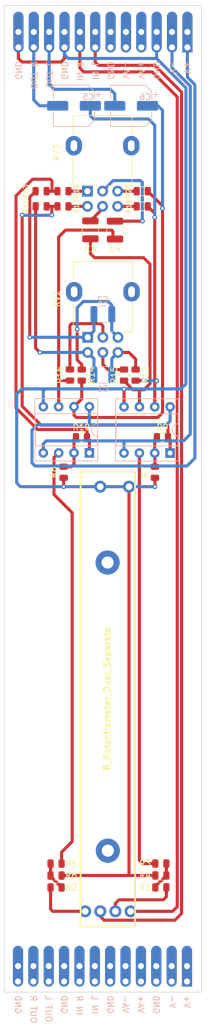
<source format=kicad_pcb>
(kicad_pcb (version 20211014) (generator pcbnew)
  (layers (0 "F.Cu" signal) (31 "B.Cu" signal) (34 "B.Paste" user) (35 "F.Paste" user) (36 "B.SilkS" user "B.Silkscreen") (37 "F.SilkS" user "F.Silkscreen") (38 "B.Mask" user) (39 "F.Mask" user) (44 "Edge.Cuts" user))
  (net 0 "")
  (net 1 "Net-(C1-Pad1)")
  (net 2 "Net-(C1-Pad2)")
  (net 3 "Net-(C2-Pad1)")
  (net 4 "Net-(C2-Pad2)")
  (net 5 "Net-(C3-Pad1)")
  (net 6 "Net-(C3-Pad2)")
  (net 7 "Net-(C4-Pad1)")
  (net 8 "Net-(C4-Pad2)")
  (net 9 "Net-(C5-Pad1)")
  (net 10 "R_OUTPUT")
  (net 11 "Net-(C6-Pad1)")
  (net 12 "L_OUTPUT")
  (net 13 "GND")
  (net 14 "R_INPUT")
  (net 15 "L_INPUT")
  (net 16 "VCC")
  (net 17 "VEE")
  (net 18 "Net-(R1-Pad1)")
  (net 19 "Net-(R1-Pad2)")
  (net 20 "Net-(R2-Pad1)")
  (net 21 "Net-(R2-Pad2)")
  (net 22 "Net-(R3-Pad2)")
  (net 23 "Net-(R5-Pad2)")
  (net 24 "Net-(R7-Pad2)")
  (net 25 "Net-(R10-Pad2)")
  (net 26 "Net-(R11-Pad2)")
  (net 27 "Net-(R10-Pad1)")
  (net 28 "Net-(R15-Pad2)")
  (net 29 "Net-(R16-Pad2)")
  (net 30 "Net-(R17-Pad1)")
  (net 31 "Net-(R18-Pad2)")
  (net 32 "Net-(R19-Pad1)")
  (net 33 "Net-(R20-Pad2)")
  (footprint "Resistor_SMD:R_0805_2012Metric" (layer "F.Cu") (at 113.4 91.282062 90)
    (fp_text reference "R7" (at 0 -1.65 90) (layer "F.SilkS"))
    (fp_text value "10K")
    (pad "1" smd roundrect locked (at -0.9125 0 90) (size 1.025 1.4) (layers "F.Cu" "F.Paste" "F.Mask") (roundrect_rratio 0.243902) (net 13 "GND"))
    (pad "2" smd roundrect locked (at 0.9125 0 90) (size 1.025 1.4) (layers "F.Cu" "F.Paste" "F.Mask") (roundrect_rratio 0.243902) (net 24 "Net-(R7-Pad2)"))
  )
  (footprint "Resistor_SMD:R_0805_2012Metric" (layer "F.Cu") (at 114.378682 155.785 180)
    (fp_text reference "R3" (at 2.595657 0) (layer "F.SilkS"))
    (fp_text value "2K2")
    (pad "1" smd roundrect locked (at -0.9125 0 180) (size 1.025 1.4) (layers "F.Cu" "F.Paste" "F.Mask") (roundrect_rratio 0.243902) (net 19 "Net-(R1-Pad2)"))
    (pad "2" smd roundrect locked (at 0.9125 0 180) (size 1.025 1.4) (layers "F.Cu" "F.Paste" "F.Mask") (roundrect_rratio 0.243902) (net 22 "Net-(R3-Pad2)"))
  )
  (footprint "Resistor_SMD:R_0805_2012Metric" (layer "F.Cu") (at 99.34645 75.25 90)
    (fp_text reference "R16" (at 0 -1.65 90) (layer "F.SilkS"))
    (fp_text value "22K")
    (pad "1" smd roundrect locked (at -0.9125 0 90) (size 1.025 1.4) (layers "F.Cu" "F.Paste" "F.Mask") (roundrect_rratio 0.243902) (net 7 "Net-(C4-Pad1)"))
    (pad "2" smd roundrect locked (at 0.9125 0 90) (size 1.025 1.4) (layers "F.Cu" "F.Paste" "F.Mask") (roundrect_rratio 0.243902) (net 29 "Net-(R16-Pad2)"))
  )
  (footprint "Resistor_SMD:R_0805_2012Metric" (layer "F.Cu") (at 101.25 85.51 180)
    (fp_text reference "R10" (at 0 1.65) (layer "F.SilkS"))
    (fp_text value "10K")
    (pad "1" smd roundrect locked (at -0.9125 0 180) (size 1.025 1.4) (layers "F.Cu" "F.Paste" "F.Mask") (roundrect_rratio 0.243902) (net 27 "Net-(R10-Pad1)"))
    (pad "2" smd roundrect locked (at 0.9125 0 180) (size 1.025 1.4) (layers "F.Cu" "F.Paste" "F.Mask") (roundrect_rratio 0.243902) (net 25 "Net-(R10-Pad2)"))
  )
  (footprint "Potentiometer_THT:Potentiometer_Alpha_RD902F-40-00D_Dual_Vertical" (layer "F.Cu") (at 102.29 69.029401 90)
    (fp_text reference "RV2" (at 6.35 -5.06 270) (layer "F.SilkS"))
    (fp_text value "R_Potentiometer_Dual_Separate")
    (pad "" thru_hole oval locked (at 7.5 -2.25 180) (size 2.72 3.24) (drill oval 1.1 1.8) (layers *.Cu *.Mask))
    (pad "" thru_hole oval locked (at 7.5 7.25 180) (size 2.72 3.24) (drill oval 1.1 1.8) (layers *.Cu *.Mask))
    (pad "1" thru_hole rect locked (at 0 0 180) (size 1.8 1.8) (drill 1) (layers *.Cu *.Mask) (net 3 "Net-(C2-Pad1)"))
    (pad "2" thru_hole circle locked (at 0 2.5 180) (size 1.8 1.8) (drill 1) (layers *.Cu *.Mask) (net 29 "Net-(R16-Pad2)"))
    (pad "3" thru_hole circle locked (at 0 5 180) (size 1.8 1.8) (drill 1) (layers *.Cu *.Mask) (net 4 "Net-(C2-Pad2)"))
    (pad "4" thru_hole circle locked (at -2.5 0 180) (size 1.8 1.8) (drill 1) (layers *.Cu *.Mask) (net 1 "Net-(C1-Pad1)"))
    (pad "5" thru_hole circle locked (at -2.5 2.5 180) (size 1.8 1.8) (drill 1) (layers *.Cu *.Mask) (net 28 "Net-(R15-Pad2)"))
    (pad "6" thru_hole circle locked (at -2.5 5 180) (size 1.8 1.8) (drill 1) (layers *.Cu *.Mask) (net 2 "Net-(C1-Pad2)"))
  )
  (footprint "Resistor_SMD:R_0805_2012Metric" (layer "F.Cu") (at 114.64 85.51 180)
    (fp_text reference "R9" (at 0 1.65) (layer "F.SilkS"))
    (fp_text value "10K")
    (pad "1" smd roundrect locked (at -0.9125 0 180) (size 1.025 1.4) (layers "F.Cu" "F.Paste" "F.Mask") (roundrect_rratio 0.243902) (net 26 "Net-(R11-Pad2)"))
    (pad "2" smd roundrect locked (at 0.9125 0 180) (size 1.025 1.4) (layers "F.Cu" "F.Paste" "F.Mask") (roundrect_rratio 0.243902) (net 24 "Net-(R7-Pad2)"))
  )
  (footprint "Capacitor_SMD:C_1210_3225Metric" (layer "F.Cu") (at 102.73 51.32 90)
    (fp_text reference "C3" (at -3.19 0) (layer "F.SilkS"))
    (fp_text value "1N")
    (pad "1" smd roundrect locked (at -1.475 0 90) (size 1.15 2.7) (layers "F.Cu" "F.Paste" "F.Mask") (roundrect_rratio 0.217391) (net 5 "Net-(C3-Pad1)"))
    (pad "2" smd roundrect locked (at 1.475 0 90) (size 1.15 2.7) (layers "F.Cu" "F.Paste" "F.Mask") (roundrect_rratio 0.217391) (net 6 "Net-(C3-Pad2)"))
  )
  (footprint "Custom Library:ALPS RS60112" (layer "F.Cu") (at 105.612676 128.662727)
    (fp_text reference "RV1" hide)
    (fp_text value "R_Potentiometer_Dual_Separate" (at -0.1 0 90 unlocked) (layer "F.SilkS") (effects (font (thickness 0.25))))
    (pad "" thru_hole circle locked (at -0.04 -22.5) (size 4 4) (drill 2) (layers *.Cu *.Mask))
    (pad "" thru_hole circle locked (at 0 25) (size 4 4) (drill 2) (layers *.Cu *.Mask))
    (pad "1" thru_hole circle locked (at -1.25 35) (size 2 2) (drill 1.1) (layers *.Cu *.Mask) (net 15 "L_INPUT"))
    (pad "2" thru_hole circle locked (at -3.75 35) (size 2 2) (drill 1.1) (layers *.Cu *.Mask) (net 20 "Net-(R2-Pad1)"))
    (pad "3" thru_hole circle locked (at -1.25 -35) (size 2 2) (drill 1.1) (layers *.Cu *.Mask) (net 13 "GND"))
    (pad "4" thru_hole circle locked (at 3.75 35) (size 2 2) (drill 1.1) (layers *.Cu *.Mask) (net 14 "R_INPUT"))
    (pad "5" thru_hole circle locked (at 1.25 35) (size 2 2) (drill 1.1) (layers *.Cu *.Mask) (net 18 "Net-(R1-Pad1)"))
    (pad "6" thru_hole circle locked (at 3.5 -35) (size 2 2) (drill 1.1) (layers *.Cu *.Mask) (net 13 "GND"))
  )
  (footprint "Potentiometer_THT:Potentiometer_Alpha_RD902F-40-00D_Dual_Vertical" (layer "F.Cu") (at 102.24 44.945 90)
    (fp_text reference "RV3" (at 6.35 -5.06 270) (layer "F.SilkS"))
    (fp_text value "R_Potentiometer_Dual_Separate")
    (pad "" thru_hole oval locked (at 7.5 7.25 180) (size 2.72 3.24) (drill oval 1.1 1.8) (layers *.Cu *.Mask))
    (pad "" thru_hole oval locked (at 7.5 -2.25 180) (size 2.72 3.24) (drill oval 1.1 1.8) (layers *.Cu *.Mask))
    (pad "1" thru_hole rect locked (at 0 0 180) (size 1.8 1.8) (drill 1) (layers *.Cu *.Mask) (net 32 "Net-(R19-Pad1)"))
    (pad "2" thru_hole circle locked (at 0 2.5 180) (size 1.8 1.8) (drill 1) (layers *.Cu *.Mask) (net 8 "Net-(C4-Pad2)"))
    (pad "3" thru_hole circle locked (at 0 5 180) (size 1.8 1.8) (drill 1) (layers *.Cu *.Mask) (net 33 "Net-(R20-Pad2)"))
    (pad "4" thru_hole circle locked (at -2.5 0 180) (size 1.8 1.8) (drill 1) (layers *.Cu *.Mask) (net 30 "Net-(R17-Pad1)"))
    (pad "5" thru_hole circle locked (at -2.5 2.5 180) (size 1.8 1.8) (drill 1) (layers *.Cu *.Mask) (net 6 "Net-(C3-Pad2)"))
    (pad "6" thru_hole circle locked (at -2.5 5 180) (size 1.8 1.8) (drill 1) (layers *.Cu *.Mask) (net 31 "Net-(R18-Pad2)"))
  )
  (footprint "Resistor_SMD:R_0805_2012Metric" (layer "F.Cu") (at 98.195201 44.95 180)
    (fp_text reference "R19" (at -2.203098 0 90) (layer "F.SilkS") (effects (font (size 0.8 0.8))))
    (fp_text value "10K")
    (pad "1" smd roundrect locked (at -0.9125 0 180) (size 1.025 1.4) (layers "F.Cu" "F.Paste" "F.Mask") (roundrect_rratio 0.243902) (net 32 "Net-(R19-Pad1)"))
    (pad "2" smd roundrect locked (at 0.9125 0 180) (size 1.025 1.4) (layers "F.Cu" "F.Paste" "F.Mask") (roundrect_rratio 0.243902) (net 27 "Net-(R10-Pad1)"))
  )
  (footprint "Resistor_SMD:R_0805_2012Metric" (layer "F.Cu") (at 94.58 47.445)
    (fp_text reference "R11" (at -2.52 -0.005 90) (layer "F.SilkS") (effects (font (size 0.8 0.8))))
    (fp_text value "22K")
    (pad "1" smd roundrect locked (at -0.9125 0) (size 1.025 1.4) (layers "F.Cu" "F.Paste" "F.Mask") (roundrect_rratio 0.243902) (net 1 "Net-(C1-Pad1)"))
    (pad "2" smd roundrect locked (at 0.9125 0) (size 1.025 1.4) (layers "F.Cu" "F.Paste" "F.Mask") (roundrect_rratio 0.243902) (net 26 "Net-(R11-Pad2)"))
  )
  (footprint "MountingHole:MountingHole_2.2mm_M2" (layer "F.Cu") (at 97.265496 109.755472)
    (fp_text reference "REF**" hide)
    (fp_text value "MountingHole_2.2mm_M2")
    (pad "" np_thru_hole circle locked (at 0 0) (size 2.2 2.2) (drill 2.2) (layers *.Cu *.Mask))
  )
  (footprint "MountingHole:MountingHole_2.2mm_M2" (layer "F.Cu") (at 113.53 109.755472)
    (fp_text reference "REF**" hide)
    (fp_text value "MountingHole_2.2mm_M2")
    (pad "" np_thru_hole circle locked (at 0 0) (size 2.2 2.2) (drill 2.2) (layers *.Cu *.Mask))
  )
  (footprint "MountingHole:MountingHole_2.2mm_M2" (layer "F.Cu") (at 97.442225 150.240339)
    (fp_text reference "REF**" hide)
    (fp_text value "MountingHole_2.2mm_M2")
    (pad "" np_thru_hole circle locked (at 0 0) (size 2.2 2.2) (drill 2.2) (layers *.Cu *.Mask))
  )
  (footprint "MountingHole:MountingHole_2.2mm_M2" (layer "F.Cu") (at 113.706729 150.240339)
    (fp_text reference "REF**" hide)
    (fp_text value "MountingHole_2.2mm_M2")
    (pad "" np_thru_hole circle locked (at 0 0) (size 2.2 2.2) (drill 2.2) (layers *.Cu *.Mask))
  )
  (footprint "Resistor_SMD:R_0805_2012Metric" (layer "F.Cu") (at 97.053164 155.796808)
    (fp_text reference "R5" (at 2.510892 0) (layer "F.SilkS"))
    (fp_text value "2K2")
    (pad "1" smd roundrect locked (at -0.9125 0) (size 1.025 1.4) (layers "F.Cu" "F.Paste" "F.Mask") (roundrect_rratio 0.243902) (net 21 "Net-(R2-Pad2)"))
    (pad "2" smd roundrect locked (at 0.9125 0) (size 1.025 1.4) (layers "F.Cu" "F.Paste" "F.Mask") (roundrect_rratio 0.243902) (net 23 "Net-(R5-Pad2)"))
  )
  (footprint "Resistor_SMD:R_0805_2012Metric" (layer "F.Cu") (at 94.58 44.95)
    (fp_text reference "R13" (at -2.5 0.01 90) (layer "F.SilkS") (effects (font (size 0.8 0.8))))
    (fp_text value "22K")
    (pad "1" smd roundrect locked (at -0.9125 0) (size 1.025 1.4) (layers "F.Cu" "F.Paste" "F.Mask") (roundrect_rratio 0.243902) (net 3 "Net-(C2-Pad1)"))
    (pad "2" smd roundrect locked (at 0.9125 0) (size 1.025 1.4) (layers "F.Cu" "F.Paste" "F.Mask") (roundrect_rratio 0.243902) (net 27 "Net-(R10-Pad1)"))
  )
  (footprint "Resistor_SMD:R_0805_2012Metric" (layer "F.Cu") (at 98.302621 91.28 90)
    (fp_text reference "R8" (at 0 -1.65 90) (layer "F.SilkS"))
    (fp_text value "10K")
    (pad "1" smd roundrect locked (at -0.9125 0 90) (size 1.025 1.4) (layers "F.Cu" "F.Paste" "F.Mask") (roundrect_rratio 0.243902) (net 13 "GND"))
    (pad "2" smd roundrect locked (at 0.9125 0 90) (size 1.025 1.4) (layers "F.Cu" "F.Paste" "F.Mask") (roundrect_rratio 0.243902) (net 25 "Net-(R10-Pad2)"))
  )
  (footprint "Resistor_SMD:R_0805_2012Metric" (layer "F.Cu") (at 111.3 44.95 180)
    (fp_text reference "R20" (at 2.24 0.011 90) (layer "F.SilkS") (effects (font (size 0.8 0.8))))
    (fp_text value "10K")
    (pad "1" smd roundrect locked (at -0.9125 0 180) (size 1.025 1.4) (layers "F.Cu" "F.Paste" "F.Mask") (roundrect_rratio 0.243902) (net 11 "Net-(C6-Pad1)"))
    (pad "2" smd roundrect locked (at 0.9125 0 180) (size 1.025 1.4) (layers "F.Cu" "F.Paste" "F.Mask") (roundrect_rratio 0.243902) (net 33 "Net-(R20-Pad2)"))
  )
  (footprint "Resistor_SMD:R_0805_2012Metric" (layer "F.Cu") (at 108.289934 75.26 90)
    (fp_text reference "R15" (at 0 -1.65 90) (layer "F.SilkS"))
    (fp_text value "22K")
    (pad "1" smd roundrect locked (at -0.9125 0 90) (size 1.025 1.4) (layers "F.Cu" "F.Paste" "F.Mask") (roundrect_rratio 0.243902) (net 5 "Net-(C3-Pad1)"))
    (pad "2" smd roundrect locked (at 0.9125 0 90) (size 1.025 1.4) (layers "F.Cu" "F.Paste" "F.Mask") (roundrect_rratio 0.243902) (net 28 "Net-(R15-Pad2)"))
  )
  (footprint "Resistor_SMD:R_0805_2012Metric" (layer "F.Cu") (at 98.195201 47.445 180)
    (fp_text reference "R17" (at -2.223098 0 90) (layer "F.SilkS") (effects (font (size 0.8 0.8))))
    (fp_text value "10K")
    (pad "1" smd roundrect locked (at -0.9125 0 180) (size 1.025 1.4) (layers "F.Cu" "F.Paste" "F.Mask") (roundrect_rratio 0.243902) (net 30 "Net-(R17-Pad1)"))
    (pad "2" smd roundrect locked (at 0.9125 0 180) (size 1.025 1.4) (layers "F.Cu" "F.Paste" "F.Mask") (roundrect_rratio 0.243902) (net 26 "Net-(R11-Pad2)"))
  )
  (footprint "Capacitor_SMD:C_1210_3225Metric" (layer "F.Cu") (at 106.8 51.36 90)
    (fp_text reference "C4" (at -3.19 0) (layer "F.SilkS"))
    (fp_text value "1N")
    (pad "1" smd roundrect locked (at -1.475 0 90) (size 1.15 2.7) (layers "F.Cu" "F.Paste" "F.Mask") (roundrect_rratio 0.217391) (net 7 "Net-(C4-Pad1)"))
    (pad "2" smd roundrect locked (at 1.475 0 90) (size 1.15 2.7) (layers "F.Cu" "F.Paste" "F.Mask") (roundrect_rratio 0.217391) (net 8 "Net-(C4-Pad2)"))
  )
  (footprint "Resistor_SMD:R_0805_2012Metric" (layer "F.Cu") (at 110.209934 75.26 90)
    (fp_text reference "R12" (at 0 1.65 90) (layer "F.SilkS"))
    (fp_text value "22K")
    (pad "1" smd roundrect locked (at -0.9125 0 90) (size 1.025 1.4) (layers "F.Cu" "F.Paste" "F.Mask") (roundrect_rratio 0.243902) (net 9 "Net-(C5-Pad1)"))
    (pad "2" smd roundrect locked (at 0.9125 0 90) (size 1.025 1.4) (layers "F.Cu" "F.Paste" "F.Mask") (roundrect_rratio 0.243902) (net 2 "Net-(C1-Pad2)"))
  )
  (footprint "Resistor_SMD:R_0805_2012Metric" (layer "F.Cu") (at 114.378682 159.715 180)
    (fp_text reference "R1" (at 2.595657 0) (layer "F.SilkS"))
    (fp_text value "2K2")
    (pad "1" smd roundrect locked (at -0.9125 0 180) (size 1.025 1.4) (layers "F.Cu" "F.Paste" "F.Mask") (roundrect_rratio 0.243902) (net 18 "Net-(R1-Pad1)"))
    (pad "2" smd roundrect locked (at 0.9125 0 180) (size 1.025 1.4) (layers "F.Cu" "F.Paste" "F.Mask") (roundrect_rratio 0.243902) (net 19 "Net-(R1-Pad2)"))
  )
  (footprint "Resistor_SMD:R_0805_2012Metric" (layer "F.Cu") (at 97.053164 159.726808)
    (fp_text reference "R2" (at 2.510892 0) (layer "F.SilkS"))
    (fp_text value "2K2")
    (pad "1" smd roundrect locked (at -0.9125 0) (size 1.025 1.4) (layers "F.Cu" "F.Paste" "F.Mask") (roundrect_rratio 0.243902) (net 20 "Net-(R2-Pad1)"))
    (pad "2" smd roundrect locked (at 0.9125 0) (size 1.025 1.4) (layers "F.Cu" "F.Paste" "F.Mask") (roundrect_rratio 0.243902) (net 21 "Net-(R2-Pad2)"))
  )
  (footprint "Resistor_SMD:R_0805_2012Metric" (layer "F.Cu") (at 111.3 47.445 180)
    (fp_text reference "R18" (at 2.213098 0 90) (layer "F.SilkS") (effects (font (size 0.8 0.8))))
    (fp_text value "10K")
    (pad "1" smd roundrect locked (at -0.9125 0 180) (size 1.025 1.4) (layers "F.Cu" "F.Paste" "F.Mask") (roundrect_rratio 0.243902) (net 9 "Net-(C5-Pad1)"))
    (pad "2" smd roundrect locked (at 0.9125 0 180) (size 1.025 1.4) (layers "F.Cu" "F.Paste" "F.Mask") (roundrect_rratio 0.243902) (net 31 "Net-(R18-Pad2)"))
  )
  (footprint "Resistor_SMD:R_0805_2012Metric" (layer "F.Cu") (at 101.29645 75.26 90)
    (fp_text reference "R14" (at 0 1.64 90) (layer "F.SilkS"))
    (fp_text value "22K")
    (pad "1" smd roundrect locked (at -0.9125 0 90) (size 1.025 1.4) (layers "F.Cu" "F.Paste" "F.Mask") (roundrect_rratio 0.243902) (net 11 "Net-(C6-Pad1)"))
    (pad "2" smd roundrect locked (at 0.9125 0 90) (size 1.025 1.4) (layers "F.Cu" "F.Paste" "F.Mask") (roundrect_rratio 0.243902) (net 4 "Net-(C2-Pad2)"))
  )
  (footprint "Resistor_SMD:R_0805_2012Metric" (layer "F.Cu") (at 114.378682 157.75)
    (fp_text reference "R4" (at -2.595657 0) (layer "F.SilkS"))
    (fp_text value "100K")
    (pad "1" smd roundrect locked (at -0.9125 0) (size 1.025 1.4) (layers "F.Cu" "F.Paste" "F.Mask") (roundrect_rratio 0.243902) (net 13 "GND"))
    (pad "2" smd roundrect locked (at 0.9125 0) (size 1.025 1.4) (layers "F.Cu" "F.Paste" "F.Mask") (roundrect_rratio 0.243902) (net 19 "Net-(R1-Pad2)"))
  )
  (footprint "Resistor_SMD:R_0805_2012Metric" (layer "F.Cu") (at 97.053164 157.761808 180)
    (fp_text reference "R6" (at -2.510892 0) (layer "F.SilkS"))
    (fp_text value "100K")
    (pad "1" smd roundrect locked (at -0.9125 0 180) (size 1.025 1.4) (layers "F.Cu" "F.Paste" "F.Mask") (roundrect_rratio 0.243902) (net 13 "GND"))
    (pad "2" smd roundrect locked (at 0.9125 0 180) (size 1.025 1.4) (layers "F.Cu" "F.Paste" "F.Mask") (roundrect_rratio 0.243902) (net 21 "Net-(R2-Pad2)"))
  )
  (footprint "Package_DIP:DIP-8_W7.62mm_Socket" (layer "B.Cu") (at 102.56 88.09 90)
    (fp_text reference "U2" hide)
    (fp_text value "NE5532")
    (pad "1" thru_hole rect locked (at 0 0 90) (size 1.6 1.6) (drill 0.8) (layers *.Cu *.Mask) (net 27 "Net-(R10-Pad1)"))
    (pad "2" thru_hole oval locked (at 0 -2.54 90) (size 1.6 1.6) (drill 0.8) (layers *.Cu *.Mask) (net 25 "Net-(R10-Pad2)"))
    (pad "3" thru_hole oval locked (at 0 -5.08 90) (size 1.6 1.6) (drill 0.8) (layers *.Cu *.Mask) (net 23 "Net-(R5-Pad2)"))
    (pad "4" thru_hole oval locked (at 0 -7.62 90) (size 1.6 1.6) (drill 0.8) (layers *.Cu *.Mask) (net 17 "VEE"))
    (pad "5" thru_hole oval locked (at 7.62 -7.62 90) (size 1.6 1.6) (drill 0.8) (layers *.Cu *.Mask) (net 13 "GND"))
    (pad "6" thru_hole oval locked (at 7.62 -5.08 90) (size 1.6 1.6) (drill 0.8) (layers *.Cu *.Mask) (net 7 "Net-(C4-Pad1)"))
    (pad "7" thru_hole oval locked (at 7.62 -2.54 90) (size 1.6 1.6) (drill 0.8) (layers *.Cu *.Mask) (net 11 "Net-(C6-Pad1)"))
    (pad "8" thru_hole oval locked (at 7.62 0 90) (size 1.6 1.6) (drill 0.8) (layers *.Cu *.Mask) (net 16 "VCC"))
  )
  (footprint "Capacitor_SMD:C_1210_3225Metric" (layer "B.Cu") (at 104.79 75.229936)
    (fp_text reference "C1" (at 0 2.3) (layer "B.SilkS") (effects (justify mirror)))
    (fp_text value "47N")
    (pad "1" smd roundrect locked (at -1.475 0) (size 1.15 2.7) (layers "B.Cu" "B.Paste" "B.Mask") (roundrect_rratio 0.217391) (net 1 "Net-(C1-Pad1)"))
    (pad "2" smd roundrect locked (at 1.475 0) (size 1.15 2.7) (layers "B.Cu" "B.Paste" "B.Mask") (roundrect_rratio 0.217391) (net 2 "Net-(C1-Pad2)"))
  )
  (footprint "TSD MIXER FOOTPRINTS:PinHeader_2x12_P2.54mm_Vertical" (layer "B.Cu") (at 118.7 175.229028 90)
    (fp_text reference "J2" hide)
    (fp_text value "DUMMY")
    (fp_text user "VA-" (at -3.752669 -10.16 270 unlocked) (layer "B.SilkS") (effects (justify mirror)))
    (fp_text user "V+" (at -3.324097 0 270 unlocked) (layer "B.SilkS") (effects (justify mirror)))
    (fp_text user "IN R" (at -3.919335 -17.78 270 unlocked) (layer "B.SilkS") (effects (justify mirror)))
    (fp_text user "V-" (at -3.324097 -2.36 270 unlocked) (layer "B.SilkS") (effects (justify mirror)))
    (fp_text user "VA+" (at -3.752669 -7.62 270 unlocked) (layer "B.SilkS") (effects (justify mirror)))
    (fp_text user "GND" (at -3.800288 -20.32 270 unlocked) (layer "B.SilkS") (effects (justify mirror)))
    (fp_text user "OUT L" (at -4.490764 -22.86 270 unlocked) (layer "B.SilkS") (effects (justify mirror)))
    (fp_text user "IN L" (at -3.824097 -15.24 270 unlocked) (layer "B.SilkS") (effects (justify mirror)))
    (fp_text user "GND" (at -3.800288 -5.08 270 unlocked) (layer "B.SilkS") (effects (justify mirror)))
    (fp_text user "OUT R" (at -4.586002 -25.4 270 unlocked) (layer "B.SilkS") (effects (justify mirror)))
    (fp_text user "GND" (at -3.800288 -12.7 270 unlocked) (layer "B.SilkS") (effects (justify mirror)))
    (fp_text user "GND" (at -3.800288 -27.94 270 unlocked) (layer "B.SilkS") (effects (justify mirror)))
    (pad "1" thru_hole oval (at 2.54 0 90) (size 6.7 1.7) (drill 1) (layers *.Cu *.Mask))
    (pad "1" thru_hole rect (at 0 0 90) (size 1.7 1.7) (drill 1) (layers *.Cu *.Mask))
    (pad "2" thru_hole oval (at 0 -2.54 90) (size 1.7 1.7) (drill 1) (layers *.Cu *.Mask))
    (pad "2" thru_hole oval (at 2.54 -2.54 90) (size 6.7 1.7) (drill 1) (layers *.Cu *.Mask))
    (pad "3" thru_hole oval (at 2.54 -5.08 90) (size 6.7 1.7) (drill 1) (layers *.Cu *.Mask))
    (pad "3" thru_hole oval (at 0 -5.08 90) (size 1.7 1.7) (drill 1) (layers *.Cu *.Mask))
    (pad "4" thru_hole oval (at 0 -7.62 90) (size 1.7 1.7) (drill 1) (layers *.Cu *.Mask))
    (pad "4" thru_hole oval (at 2.54 -7.62 90) (size 6.7 1.7) (drill 1) (layers *.Cu *.Mask))
    (pad "5" thru_hole oval (at 2.54 -10.16 90) (size 6.7 1.7) (drill 1) (layers *.Cu *.Mask))
    (pad "5" thru_hole oval (at 0 -10.16 90) (size 1.7 1.7) (drill 1) (layers *.Cu *.Mask))
    (pad "6" thru_hole oval (at 2.54 -12.7 90) (size 6.7 1.7) (drill 1) (layers *.Cu *.Mask))
    (pad "6" thru_hole oval (at 0 -12.7 90) (size 1.7 1.7) (drill 1) (layers *.Cu *.Mask))
    (pad "7" thru_hole oval (at 0 -15.24 90) (size 1.7 1.7) (drill 1) (layers *.Cu *.Mask))
    (pad "7" thru_hole oval (at 2.54 -15.24 90) (size 6.7 1.7) (drill 1) (layers *.Cu *.Mask))
    (pad "8" thru_hole oval (at 0 -17.78 90) (size 1.7 1.7) (drill 1) (layers *.Cu *.Mask))
    (pad "8" thru_hole oval (at 2.54 -17.78 90) (size 6.7 1.7) (drill 1) (layers *.Cu *.Mask))
    (pad "9" thru_hole oval (at 2.54 -20.32 90) (size 6.7 1.7) (drill 1) (layers *.Cu *.Mask))
    (pad "9" thru_hole oval (at 0 -20.32 90) (size 1.7 1.7) (drill 1) (layers *.Cu *.Mask))
    (pad "10" thru_hole oval (at 0 -22.86 90) (size 1.7 1.7) (drill 1) (layers *.Cu *.Mask))
    (pad "10" thru_hole oval (at 2.54 -22.86 90) (size 6.7 1.7) (drill 1) (layers *.Cu *.Mask))
    (pad "11" thru_hole oval (at 0 -25.4 90) (size 1.7 1.7) (drill 1) (layers *.Cu *.Mask))
    (pad "11" thru_hole oval (at 2.54 -25.4 90) (size 6.7 1.7) (drill 1) (layers *.Cu *.Mask))
    (pad "12" thru_hole oval (at 0 -27.94 90) (size 1.7 1.7) (drill 1) (layers *.Cu *.Mask))
    (pad "12" thru_hole oval (at 2.54 -27.94 90) (size 6.7 1.7) (drill 1) (layers *.Cu *.Mask))
  )
  (footprint "Capacitor_SMD:C_1210_3225Metric" (layer "B.Cu") (at 104.79 65.23)
    (fp_text reference "C2" (at 0 -2.411372) (layer "B.SilkS") (effects (justify mirror)))
    (fp_text value "47N")
    (pad "1" smd roundrect locked (at -1.475 0) (size 1.15 2.7) (layers "B.Cu" "B.Paste" "B.Mask") (roundrect_rratio 0.217391) (net 3 "Net-(C2-Pad1)"))
    (pad "2" smd roundrect locked (at 1.475 0) (size 1.15 2.7) (layers "B.Cu" "B.Paste" "B.Mask") (roundrect_rratio 0.217391) (net 4 "Net-(C2-Pad2)"))
  )
  (footprint "Capacitor_SMD:CP_Elec_6.3x5.4_Nichicon" (layer "B.Cu") (at 109.463918 30.87 180)
    (fp_text reference "C6" (at -2.326082 1.46) (layer "B.SilkS") (effects (justify mirror)))
    (fp_text value "10uf")
    (pad "1" smd roundrect locked (at -2.7 0 180) (size 3.5 1.6) (layers "B.Cu" "B.Paste" "B.Mask") (roundrect_rratio 0.15625) (net 11 "Net-(C6-Pad1)"))
    (pad "2" smd roundrect locked (at 2.7 0 180) (size 3.5 1.6) (layers "B.Cu" "B.Paste" "B.Mask") (roundrect_rratio 0.15625) (net 12 "L_OUTPUT"))
  )
  (footprint "TSD MIXER FOOTPRINTS:PinHeader_2x12_P2.54mm_Vertical" (layer "B.Cu") (at 118.765 21.236672 90)
    (fp_text reference "J1" hide)
    (fp_text value "Conector IO")
    (fp_text user "IN R" (at -3.919335 -17.78 270 unlocked) (layer "B.SilkS") (effects (justify mirror)))
    (fp_text user "VA+" (at -3.752669 -7.62 270 unlocked) (layer "B.SilkS") (effects (justify mirror)))
    (fp_text user "IN L" (at -3.824097 -15.24 270 unlocked) (layer "B.SilkS") (effects (justify mirror)))
    (fp_text user "OUT R" (at -4.586002 -25.4 270 unlocked) (layer "B.SilkS") (effects (justify mirror)))
    (fp_text user "GND" (at -3.800288 -5.08 270 unlocked) (layer "B.SilkS") (effects (justify mirror)))
    (fp_text user "VA-" (at -3.752669 -10.16 270 unlocked) (layer "B.SilkS") (effects (justify mirror)))
    (fp_text user "GND" (at -3.800288 -20.32 270 unlocked) (layer "B.SilkS") (effects (justify mirror)))
    (fp_text user "GND" (at -3.800288 -27.94 270 unlocked) (layer "B.SilkS") (effects (justify mirror)))
    (fp_text user "OUT L" (at -4.490764 -22.86 270 unlocked) (layer "B.SilkS") (effects (justify mirror)))
    (fp_text user "GND" (at -3.800288 -12.7 270 unlocked) (layer "B.SilkS") (effects (justify mirror)))
    (fp_text user "V-" (at -3.324097 -2.36 270 unlocked) (layer "B.SilkS") (effects (justify mirror)))
    (fp_text user "V+" (at -3.324097 0 270 unlocked) (layer "B.SilkS") (effects (justify mirror)))
    (pad "1" thru_hole oval (at 2.54 0 90) (size 6.7 1.7) (drill 1) (layers *.Cu *.Mask) (net 16 "VCC"))
    (pad "1" thru_hole rect (at 0 0 90) (size 1.7 1.7) (drill 1) (layers *.Cu *.Mask) (net 16 "VCC"))
    (pad "2" thru_hole oval (at 2.54 -2.54 90) (size 6.7 1.7) (drill 1) (layers *.Cu *.Mask) (net 17 "VEE"))
    (pad "2" thru_hole oval (at 0 -2.54 90) (size 1.7 1.7) (drill 1) (layers *.Cu *.Mask) (net 17 "VEE"))
    (pad "3" thru_hole oval (at 2.54 -5.08 90) (size 6.7 1.7) (drill 1) (layers *.Cu *.Mask) (net 13 "GND"))
    (pad "3" thru_hole oval (at 0 -5.08 90) (size 1.7 1.7) (drill 1) (layers *.Cu *.Mask) (net 13 "GND"))
    (pad "4" thru_hole oval (at 2.54 -7.62 90) (size 6.7 1.7) (drill 1) (layers *.Cu *.Mask))
    (pad "4" thru_hole oval (at 0 -7.62 90) (size 1.7 1.7) (drill 1) (layers *.Cu *.Mask))
    (pad "5" thru_hole oval (at 0 -10.16 90) (size 1.7 1.7) (drill 1) (layers *.Cu *.Mask))
    (pad "5" thru_hole oval (at 2.54 -10.16 90) (size 6.7 1.7) (drill 1) (layers *.Cu *.Mask))
    (pad "6" thru_hole oval (at 2.54 -12.7 90) (size 6.7 1.7) (drill 1) (layers *.Cu *.Mask))
    (pad "6" thru_hole oval (at 0 -12.7 90) (size 1.7 1.7) (drill 1) (layers *.Cu *.Mask))
    (pad "7" thru_hole oval (at 2.54 -15.24 90) (size 6.7 1.7) (drill 1) (layers *.Cu *.Mask) (net 15 "L_INPUT"))
    (pad "7" thru_hole oval (at 0 -15.24 90) (size 1.7 1.7) (drill 1) (layers *.Cu *.Mask) (net 15 "L_INPUT"))
    (pad "8" thru_hole oval (at 0 -17.78 90) (size 1.7 1.7) (drill 1) (layers *.Cu *.Mask) (net 14 "R_INPUT"))
    (pad "8" thru_hole oval (at 2.54 -17.78 90) (size 6.7 1.7) (drill 1) (layers *.Cu *.Mask) (net 14 "R_INPUT"))
    (pad "9" thru_hole oval (at 0 -20.32 90) (size 1.7 1.7) (drill 1) (layers *.Cu *.Mask) (net 13 "GND"))
    (pad "9" thru_hole oval (at 2.54 -20.32 90) (size 6.7 1.7) (drill 1) (layers *.Cu *.Mask) (net 13 "GND"))
    (pad "10" thru_hole oval (at 2.54 -22.86 90) (size 6.7 1.7) (drill 1) (layers *.Cu *.Mask) (net 12 "L_OUTPUT"))
    (pad "10" thru_hole oval (at 0 -22.86 90) (size 1.7 1.7) (drill 1) (layers *.Cu *.Mask) (net 12 "L_OUTPUT"))
    (pad "11" thru_hole oval (at 2.54 -25.4 90) (size 6.7 1.7) (drill 1) (layers *.Cu *.Mask) (net 10 "R_OUTPUT"))
    (pad "11" thru_hole oval (at 0 -25.4 90) (size 1.7 1.7) (drill 1) (layers *.Cu *.Mask) (net 10 "R_OUTPUT"))
    (pad "12" thru_hole oval (at 0 -27.94 90) (size 1.7 1.7) (drill 1) (layers *.Cu *.Mask) (net 13 "GND"))
    (pad "12" thru_hole oval (at 2.54 -27.94 90) (size 6.7 1.7) (drill 1) (layers *.Cu *.Mask) (net 13 "GND"))
  )
  (footprint "Capacitor_SMD:CP_Elec_6.3x5.4_Nichicon" (layer "B.Cu") (at 100.016083 30.87 180)
    (fp_text reference "C5" (at -2.353917 1.49) (layer "B.SilkS") (effects (justify mirror)))
    (fp_text value "10uf")
    (pad "1" smd roundrect locked (at -2.7 0 180) (size 3.5 1.6) (layers "B.Cu" "B.Paste" "B.Mask") (roundrect_rratio 0.15625) (net 9 "Net-(C5-Pad1)"))
    (pad "2" smd roundrect locked (at 2.7 0 180) (size 3.5 1.6) (layers "B.Cu" "B.Paste" "B.Mask") (roundrect_rratio 0.15625) (net 10 "R_OUTPUT"))
  )
  (footprint "Package_DIP:DIP-8_W7.62mm_Socket" (layer "B.Cu") (at 115.91 88.11 90)
    (fp_text reference "U1" hide)
    (fp_text value "NE5532")
    (pad "1" thru_hole rect locked (at 0 0 90) (size 1.6 1.6) (drill 0.8) (layers *.Cu *.Mask) (net 26 "Net-(R11-Pad2)"))
    (pad "2" thru_hole oval locked (at 0 -2.54 90) (size 1.6 1.6) (drill 0.8) (layers *.Cu *.Mask) (net 24 "Net-(R7-Pad2)"))
    (pad "3" thru_hole oval locked (at 0 -5.08 90) (size 1.6 1.6) (drill 0.8) (layers *.Cu *.Mask) (net 22 "Net-(R3-Pad2)"))
    (pad "4" thru_hole oval locked (at 0 -7.62 90) (size 1.6 1.6) (drill 0.8) (layers *.Cu *.Mask) (net 17 "VEE"))
    (pad "5" thru_hole oval locked (at 7.62 -7.62 90) (size 1.6 1.6) (drill 0.8) (layers *.Cu *.Mask) (net 13 "GND"))
    (pad "6" thru_hole oval locked (at 7.62 -5.08 90) (size 1.6 1.6) (drill 0.8) (layers *.Cu *.Mask) (net 5 "Net-(C3-Pad1)"))
    (pad "7" thru_hole oval locked (at 7.62 -2.54 90) (size 1.6 1.6) (drill 0.8) (layers *.Cu *.Mask) (net 9 "Net-(C5-Pad1)"))
    (pad "8" thru_hole oval locked (at 7.62 0 90) (size 1.6 1.6) (drill 0.8) (layers *.Cu *.Mask) (net 16 "VCC"))
  )
  (gr_rect (start 121.095 176.98) (end 88.485 14.31) (layer "Edge.Cuts") (width 0.1) (fill none))
  (segment (start 93.6675 70.8075) (end 93.6675 47.445) (width 0.508) (layer "F.Cu") (net 1))
  (segment (start 94.389401 71.529401) (end 93.6675 70.8075) (width 0.508) (layer "F.Cu") (net 1))
  (via (at 94.389401 71.529401) (size 0.8) (drill 0.4) (layers "F.Cu" "B.Cu") (net 1))
  (segment (start 102.29 71.529401) (end 94.389401 71.529401) (width 0.508) (layer "B.Cu") (net 1))
  (segment (start 103.315 75.229936) (end 103.315 72.554401) (width 0.508) (layer "B.Cu") (net 1))
  (segment (start 103.315 72.554401) (end 102.29 71.529401) (width 0.508) (layer "B.Cu") (net 1))
  (segment (start 110.209934 72.629934) (end 109.109401 71.529401) (width 0.508) (layer "F.Cu") (net 2))
  (segment (start 110.209934 74.3475) (end 110.209934 72.629934) (width 0.508) (layer "F.Cu") (net 2))
  (segment (start 109.109401 71.529401) (end 107.29 71.529401) (width 0.508) (layer "F.Cu") (net 2))
  (segment (start 106.265 72.554401) (end 107.29 71.529401) (width 0.508) (layer "B.Cu") (net 2))
  (segment (start 106.265 75.229936) (end 106.265 72.554401) (width 0.508) (layer "B.Cu") (net 2))
  (segment (start 92.70148 69.02148) (end 92.71 69.03) (width 0.508) (layer "F.Cu") (net 3))
  (segment (start 92.70148 45.91602) (end 92.70148 69.02148) (width 0.508) (layer "F.Cu") (net 3))
  (segment (start 93.6675 44.95) (end 92.70148 45.91602) (width 0.508) (layer "F.Cu") (net 3))
  (via (at 92.71 69.03) (size 0.8) (drill 0.4) (layers "F.Cu" "B.Cu") (net 3))
  (segment (start 102.29 69.029401) (end 92.710599 69.029401) (width 0.508) (layer "B.Cu") (net 3))
  (segment (start 92.710599 69.029401) (end 92.71 69.03) (width 0.508) (layer "B.Cu") (net 3))
  (segment (start 103.315 68.004401) (end 102.29 69.029401) (width 0.508) (layer "B.Cu") (net 3))
  (segment (start 103.315 65.23) (end 103.315 68.004401) (width 0.508) (layer "B.Cu") (net 3))
  (segment (start 100.54 72.75) (end 100.54 67.67) (width 0.508) (layer "F.Cu") (net 4))
  (segment (start 100.64 67.77) (end 100.54 67.67) (width 0.508) (layer "F.Cu") (net 4))
  (segment (start 101.29645 73.50645) (end 100.54 72.75) (width 0.508) (layer "F.Cu") (net 4))
  (segment (start 100.54 67.67) (end 100.54 67.65) (width 0.508) (layer "F.Cu") (net 4))
  (segment (start 101.29645 74.3475) (end 101.29645 73.50645) (width 0.508) (layer "F.Cu") (net 4))
  (via (at 100.54 67.67) (size 0.8) (drill 0.4) (layers "F.Cu" "B.Cu") (net 4))
  (segment (start 106.265 68.004401) (end 107.29 69.029401) (width 0.508) (layer "B.Cu") (net 4))
  (segment (start 100.54 67.67) (end 100.54 64.16) (width 0.508) (layer "B.Cu") (net 4))
  (segment (start 106.265 63.725) (end 105.67 63.13) (width 0.508) (layer "B.Cu") (net 4))
  (segment (start 106.265 65.23) (end 106.265 68.004401) (width 0.508) (layer "B.Cu") (net 4))
  (segment (start 101.57 63.13) (end 105.67 63.13) (width 0.508) (layer "B.Cu") (net 4))
  (segment (start 106.265 65.23) (end 106.265 63.725) (width 0.508) (layer "B.Cu") (net 4))
  (segment (start 100.54 64.16) (end 101.44 63.26) (width 0.508) (layer "B.Cu") (net 4))
  (segment (start 101.44 63.26) (end 101.57 63.13) (width 0.508) (layer "B.Cu") (net 4))
  (segment (start 112.58 56.96) (end 112.58 76.68) (width 0.508) (layer "F.Cu") (net 5))
  (segment (start 102.73 55.23) (end 103.41 55.91) (width 0.508) (layer "F.Cu") (net 5))
  (segment (start 109.77 77.68) (end 110.64 77.68) (width 0.508) (layer "F.Cu") (net 5))
  (segment (start 108.289934 76.1725) (end 108.289934 76.199934) (width 0.508) (layer "F.Cu") (net 5))
  (segment (start 103.41 55.91) (end 111.53 55.91) (width 0.508) (layer "F.Cu") (net 5))
  (segment (start 111.53 55.91) (end 112.58 56.96) (width 0.508) (layer "F.Cu") (net 5))
  (segment (start 111.58 77.68) (end 110.64 77.68) (width 0.508) (layer "F.Cu") (net 5))
  (segment (start 110.83 77.87) (end 110.64 77.68) (width 0.508) (layer "F.Cu") (net 5))
  (segment (start 108.289934 76.199934) (end 109.77 77.68) (width 0.508) (layer "F.Cu") (net 5))
  (segment (start 110.83 80.49) (end 110.83 77.87) (width 0.508) (layer "F.Cu") (net 5))
  (segment (start 112.58 76.68) (end 111.58 77.68) (width 0.508) (layer "F.Cu") (net 5))
  (segment (start 102.73 52.795) (end 102.73 55.23) (width 0.508) (layer "F.Cu") (net 5))
  (segment (start 104.74 47.835) (end 102.73 49.845) (width 0.508) (layer "F.Cu") (net 6))
  (segment (start 104.74 47.445) (end 104.74 47.835) (width 0.508) (layer "F.Cu") (net 6))
  (segment (start 97.48 52.5) (end 98.62 51.36) (width 0.508) (layer "F.Cu") (net 7))
  (segment (start 98.62 51.36) (end 106.23 51.36) (width 0.508) (layer "F.Cu") (net 7))
  (segment (start 106.46 51.59) (end 106.46 52.495) (width 0.508) (layer "F.Cu") (net 7))
  (segment (start 97.48 76.12) (end 97.48 80.47) (width 0.508) (layer "F.Cu") (net 7))
  (segment (start 97.5225 76.1625) (end 97.48 76.12) (width 0.508) (layer "F.Cu") (net 7))
  (segment (start 106.23 51.36) (end 106.46 51.59) (width 0.508) (layer "F.Cu") (net 7))
  (segment (start 97.48 80.47) (end 97.48 52.5) (width 0.508) (layer "F.Cu") (net 7))
  (segment (start 99.34645 76.1625) (end 97.5225 76.1625) (width 0.508) (layer "F.Cu") (net 7))
  (segment (start 97.48 74.45605) (end 97.48 76.12) (width 0.508) (layer "F.Cu") (net 7))
  (segment (start 106.46 52.495) (end 106.8 52.835) (width 0.508) (layer "F.Cu") (net 7))
  (segment (start 106.8 49.885) (end 111.325 49.885) (width 0.508) (layer "F.Cu") (net 8))
  (via (at 111.325 49.885) (size 0.8) (drill 0.4) (layers "F.Cu" "B.Cu") (net 8))
  (segment (start 106.495 43.19) (end 111 43.19) (width 0.508) (layer "B.Cu") (net 8))
  (segment (start 111.31 43.5) (end 111.31 49.87) (width 0.508) (layer "B.Cu") (net 8))
  (segment (start 104.74 44.945) (end 106.495 43.19) (width 0.508) (layer "B.Cu") (net 8))
  (segment (start 111 43.19) (end 111.31 43.5) (width 0.508) (layer "B.Cu") (net 8))
  (segment (start 111.31 49.87) (end 111.325 49.885) (width 0.508) (layer "B.Cu") (net 8))
  (segment (start 113.37 80.49) (end 113.37 76.23) (width 0.508) (layer "F.Cu") (net 9))
  (segment (start 113.37 48.6025) (end 112.2125 47.445) (width 0.508) (layer "F.Cu") (net 9))
  (segment (start 113.69 76.23) (end 113.81 76.23) (width 0.508) (layer "F.Cu") (net 9))
  (segment (start 111.5525 76.1725) (end 111.58 76.2) (width 0.508) (layer "F.Cu") (net 9))
  (segment (start 113.37 76.23) (end 113.37 64.93) (width 0.508) (layer "F.Cu") (net 9))
  (segment (start 110.209934 76.1725) (end 111.5275 76.1725) (width 0.508) (layer "F.Cu") (net 9))
  (segment (start 113.37 49.25) (end 113.37 48.6025) (width 0.508) (layer "F.Cu") (net 9))
  (segment (start 111.5275 76.1725) (end 111.5525 76.1725) (width 0.508) (layer "F.Cu") (net 9))
  (segment (start 113.37 76.23) (end 113.69 76.23) (width 0.508) (layer "F.Cu") (net 9))
  (segment (start 113.37 64.93) (end 113.37 49.25) (width 0.508) (layer "F.Cu") (net 9))
  (via (at 113.37 49.25) (size 0.8) (drill 0.4) (layers "F.Cu" "B.Cu") (net 9))
  (via (at 113.69 76.23) (size 0.8) (drill 0.4) (layers "F.Cu" "B.Cu") (net 9))
  (via (at 111.5275 76.1725) (size 0.8) (drill 0.4) (layers "F.Cu" "B.Cu") (net 9))
  (segment (start 103.25 33.04) (end 102.716083 32.506083) (width 0.508) (layer "B.Cu") (net 9))
  (segment (start 113.6325 76.1725) (end 113.69 76.23) (width 0.508) (layer "B.Cu") (net 9))
  (segment (start 102.716083 32.506083) (end 102.716083 30.87) (width 0.508) (layer "B.Cu") (net 9))
  (segment (start 112.33 33.04) (end 103.25 33.04) (width 0.508) (layer "B.Cu") (net 9))
  (segment (start 113.37 34.08) (end 112.33 33.04) (width 0.508) (layer "B.Cu") (net 9))
  (segment (start 113.37 49.25) (end 113.37 34.08) (width 0.508) (layer "B.Cu") (net 9))
  (segment (start 111.5275 76.1725) (end 113.6325 76.1725) (width 0.508) (layer "B.Cu") (net 9))
  (segment (start 97.316083 30.87) (end 94.32 30.87) (width 0.508) (layer "B.Cu") (net 10))
  (segment (start 94.32 30.87) (end 93.365 29.915) (width 0.508) (layer "B.Cu") (net 10))
  (segment (start 93.365 29.915) (end 93.365 21.236672) (width 0.508) (layer "B.Cu") (net 10))
  (segment (start 114.656489 81.463511) (end 113.87 82.25) (width 0.508) (layer "F.Cu") (net 11))
  (segment (start 100.64 79.85) (end 100.02 80.47) (width 0.508) (layer "F.Cu") (net 11))
  (segment (start 101.29645 76.1725) (end 101.29645 79.19355) (width 0.508) (layer "F.Cu") (net 11))
  (segment (start 114.656489 47.773511) (end 114.656489 81.463511) (width 0.508) (layer "F.Cu") (net 11))
  (segment (start 113.87 82.25) (end 100.4 82.25) (width 0.508) (layer "F.Cu") (net 11))
  (segment (start 112.2125 44.95) (end 114.656489 47.393989) (width 0.508) (layer "F.Cu") (net 11))
  (segment (start 100.02 81.87) (end 100.02 80.47) (width 0.508) (layer "F.Cu") (net 11))
  (segment (start 100.4 82.25) (end 100.02 81.87) (width 0.508) (layer "F.Cu") (net 11))
  (segment (start 101.29645 79.19355) (end 100.02 80.47) (width 0.508) (layer "F.Cu") (net 11))
  (segment (start 114.656489 47.393989) (end 114.656489 47.773511) (width 0.508) (layer "F.Cu") (net 11))
  (via (at 114.656489 47.773511) (size 0.8) (drill 0.4) (layers "F.Cu" "B.Cu") (net 11))
  (segment (start 114.656489 47.773511) (end 114.656489 31.626489) (width 0.508) (layer "B.Cu") (net 11))
  (segment (start 113.9 30.87) (end 112.163918 30.87) (width 0.508) (layer "B.Cu") (net 11))
  (segment (start 114.656489 31.626489) (end 113.9 30.87) (width 0.508) (layer "B.Cu") (net 11))
  (segment (start 96.75 28.15) (end 95.905 27.305) (width 0.508) (layer "B.Cu") (net 12))
  (segment (start 95.905 27.305) (end 95.905 21.236672) (width 0.508) (layer "B.Cu") (net 12))
  (segment (start 106.763918 30.87) (end 106.763918 28.893918) (width 0.508) (layer "B.Cu") (net 12))
  (segment (start 106.763918 28.893918) (end 106.02 28.15) (width 0.508) (layer "B.Cu") (net 12))
  (segment (start 106.02 28.15) (end 96.75 28.15) (width 0.508) (layer "B.Cu") (net 12))
  (segment (start 113.4 92.194562) (end 113.4 93.66) (width 0.508) (layer "F.Cu") (net 13))
  (segment (start 97.977472 157.75) (end 97.965664 157.761808) (width 0.508) (layer "F.Cu") (net 13))
  (segment (start 98.445 21.236672) (end 98.445 23.025) (width 0.508) (layer "F.Cu") (net 13))
  (segment (start 109.112676 157.647324) (end 109.01 157.75) (width 0.508) (layer "F.Cu") (net 13))
  (segment (start 98.302621 92.1925) (end 98.302621 93.657379) (width 0.508) (layer "F.Cu") (net 13))
  (segment (start 98.445 23.025) (end 98.47 23.05) (width 0.508) (layer "F.Cu") (net 13))
  (segment (start 109.01 157.75) (end 97.977472 157.75) (width 0.508) (layer "F.Cu") (net 13))
  (segment (start 109.112676 93.662727) (end 109.112676 157.647324) (width 0.508) (layer "F.Cu") (net 13))
  (segment (start 91.43 23.65) (end 90.825 23.045) (width 0.508) (layer "F.Cu") (net 13))
  (segment (start 98.47 23.05) (end 97.87 23.65) (width 0.508) (layer "F.Cu") (net 13))
  (segment (start 108.29 80.49) (end 108.29 77.54) (width 0.508) (layer "F.Cu") (net 13))
  (segment (start 98.302621 93.657379) (end 98.297273 93.662727) (width 0.508) (layer "F.Cu") (net 13))
  (segment (start 97.87 23.65) (end 91.43 23.65) (width 0.508) (layer "F.Cu") (net 13))
  (segment (start 113.466182 157.75) (end 109.01 157.75) (width 0.508) (layer "F.Cu") (net 13))
  (segment (start 90.825 23.045) (end 90.825 21.236672) (width 0.508) (layer "F.Cu") (net 13))
  (via (at 113.4 93.66) (size 0.8) (drill 0.4) (layers "F.Cu" "B.Cu") (net 13))
  (via (at 108.3 77.54) (size 0.8) (drill 0.4) (layers "F.Cu" "B.Cu") (net 13))
  (via (at 98.297273 93.662727) (size 0.8) (drill 0.4) (layers "F.Cu" "B.Cu") (net 13))
  (segment (start 91.38 77.54) (end 90.55 78.37) (width 0.508) (layer "B.Cu") (net 13))
  (segment (start 118.53 76.72) (end 117.71 77.54) (width 0.508) (layer "B.Cu") (net 13))
  (segment (start 94.94 77.86) (end 94.94 80.47) (width 0.508) (layer "B.Cu") (net 13))
  (segment (start 90.55 93.05) (end 91.162727 93.662727) (width 0.508) (layer "B.Cu") (net 13))
  (segment (start 113.685 23.066144) (end 99.056144 23.066144) (width 0.508) (layer "B.Cu") (net 13))
  (segment (start 118.53 27.911144) (end 118.53 76.72) (width 0.508) (layer "B.Cu") (net 13))
  (segment (start 113.397273 93.662727) (end 113.4 93.66) (width 0.508) (layer "B.Cu") (net 13))
  (segment (start 98.445 22.455) (end 98.445 21.236672) (width 0.508) (layer "B.Cu") (net 13))
  (segment (start 117.71 77.54) (end 108.3 77.54) (width 0.508) (layer "B.Cu") (net 13))
  (segment (start 113.685 23.066144) (end 118.53 27.911144) (width 0.508) (layer "B.Cu") (net 13))
  (segment (start 95.26 77.54) (end 94.94 77.86) (width 0.508) (layer "B.Cu") (net 13))
  (segment (start 104.362676 93.662727) (end 109.112676 93.662727) (width 0.508) (layer "B.Cu") (net 13))
  (segment (start 99.056144 23.066144) (end 98.445 22.455) (width 0.508) (layer "B.Cu") (net 13))
  (segment (start 95.26 77.54) (end 91.38 77.54) (width 0.508) (layer "B.Cu") (net 13))
  (segment (start 108.3 77.54) (end 95.26 77.54) (width 0.508) (layer "B.Cu") (net 13))
  (segment (start 91.162727 93.662727) (end 98.297273 93.662727) (width 0.508) (layer "B.Cu") (net 13))
  (segment (start 109.112676 93.662727) (end 113.397273 93.662727) (width 0.508) (layer "B.Cu") (net 13))
  (segment (start 98.297273 93.662727) (end 104.362676 93.662727) (width 0.508) (layer "B.Cu") (net 13))
  (segment (start 113.685 21.236672) (end 113.685 22.825) (width 0.508) (layer "B.Cu") (net 13))
  (segment (start 90.55 78.37) (end 90.55 93.05) (width 0.508) (layer "B.Cu") (net 13))
  (segment (start 113.685 22.825) (end 113.685 23.066144) (width 0.508) (layer "B.Cu") (net 13))
  (segment (start 100.985 24.645) (end 101.62 25.28) (width 0.508) (layer "F.Cu") (net 14))
  (segment (start 117.09 162.9) (end 116.327273 163.662727) (width 0.508) (layer "F.Cu") (net 14))
  (segment (start 100.985 21.236672) (end 100.985 24.645) (width 0.508) (layer "F.Cu") (net 14))
  (segment (start 112.97 25.28) (end 117.09 29.4) (width 0.508) (layer "F.Cu") (net 14))
  (segment (start 116.327273 163.662727) (end 109.362676 163.662727) (width 0.508) (layer "F.Cu") (net 14))
  (segment (start 117.09 29.4) (end 117.09 162.9) (width 0.508) (layer "F.Cu") (net 14))
  (segment (start 101.62 25.28) (end 112.97 25.28) (width 0.508) (layer "F.Cu") (net 14))
  (segment (start 103.525 21.236672) (end 103.525 23.685) (width 0.508) (layer "F.Cu") (net 15))
  (segment (start 117.797511 28.622489) (end 117.797511 164.022489) (width 0.508) (layer "F.Cu") (net 15))
  (segment (start 104.035 24.195) (end 113.370022 24.195) (width 0.508) (layer "F.Cu") (net 15))
  (segment (start 117.797511 164.022489) (end 116.703762 165.116238) (width 0.508) (layer "F.Cu") (net 15))
  (segment (start 103.525 23.685) (end 104.035 24.195) (width 0.508) (layer "F.Cu") (net 15))
  (segment (start 104.976238 165.116238) (end 104.362676 164.502676) (width 0.508) (layer "F.Cu") (net 15))
  (segment (start 104.362676 164.502676) (end 104.362676 163.662727) (width 0.508) (layer "F.Cu") (net 15))
  (segment (start 116.703762 165.116238) (end 104.976238 165.116238) (width 0.508) (layer "F.Cu") (net 15))
  (segment (start 113.370022 24.195) (end 117.797511 28.622489) (width 0.508) (layer "F.Cu") (net 15))
  (segment (start 93.95 83.46) (end 102.66 83.46) (width 0.508) (layer "B.Cu") (net 16))
  (segment (start 115.29 83.46) (end 114.21 83.46) (width 0.508) (layer "B.Cu") (net 16))
  (segment (start 118.765 26.145) (end 120.01 27.39) (width 0.508) (layer "B.Cu") (net 16))
  (segment (start 93.58 90.25) (end 93.07 89.74) (width 0.508) (layer "B.Cu") (net 16))
  (segment (start 120.01 88.94) (end 118.7 90.25) (width 0.508) (layer "B.Cu") (net 16))
  (segment (start 102.56 83.36) (end 102.66 83.46) (width 0.508) (layer "B.Cu") (net 16))
  (segment (start 118.765 21.236672) (end 118.765 26.145) (width 0.508) (layer "B.Cu") (net 16))
  (segment (start 93.07 89.74) (end 93.07 84.34) (width 0.508) (layer "B.Cu") (net 16))
  (segment (start 115.91 82.84) (end 115.29 83.46) (width 0.508) (layer "B.Cu") (net 16))
  (segment (start 102.56 80.47) (end 102.56 83.36) (width 0.508) (layer "B.Cu") (net 16))
  (segment (start 93.07 84.34) (end 93.95 83.46) (width 0.508) (layer "B.Cu") (net 16))
  (segment (start 115.91 82.84) (end 115.91 80.49) (width 0.508) (layer "B.Cu") (net 16))
  (segment (start 102.66 83.46) (end 114.21 83.46) (width 0.508) (layer "B.Cu") (net 16))
  (segment (start 120.01 27.39) (end 120.01 88.94) (width 0.508) (layer "B.Cu") (net 16))
  (segment (start 118.7 90.25) (end 93.58 90.25) (width 0.508) (layer "B.Cu") (net 16))
  (segment (start 119.24 85.01) (end 118.14 86.11) (width 0.508) (layer "B.Cu") (net 17))
  (segment (start 116.225 21.236672) (end 116.225 24.605572) (width 0.508) (layer "B.Cu") (net 17))
  (segment (start 116.225 24.605572) (end 119.24 27.620572) (width 0.508) (layer "B.Cu") (net 17))
  (segment (start 94.94 86.68) (end 94.94 88.09) (width 0.508) (layer "B.Cu") (net 17))
  (segment (start 108.29 88.11) (end 108.29 86.17) (width 0.508) (layer "B.Cu") (net 17))
  (segment (start 108.35 86.11) (end 95.43 86.11) (width 0.508) (layer "B.Cu") (net 17))
  (segment (start 108.29 86.17) (end 108.35 86.11) (width 0.508) (layer "B.Cu") (net 17))
  (segment (start 95.43 86.11) (end 94.9 86.64) (width 0.508) (layer "B.Cu") (net 17))
  (segment (start 118.14 86.11) (end 108.35 86.11) (width 0.508) (layer "B.Cu") (net 17))
  (segment (start 119.24 27.620572) (end 119.24 85.01) (width 0.508) (layer "B.Cu") (net 17))
  (segment (start 94.9 86.64) (end 94.94 86.68) (width 0.508) (layer "B.Cu") (net 17))
  (segment (start 114.78 161.77) (end 107.45 161.77) (width 0.508) (layer "F.Cu") (net 18))
  (segment (start 106.862676 162.357324) (end 106.862676 163.662727) (width 0.508) (layer "F.Cu") (net 18))
  (segment (start 115.291182 161.258818) (end 114.78 161.77) (width 0.508) (layer "F.Cu") (net 18))
  (segment (start 107.45 161.77) (end 106.862676 162.357324) (width 0.508) (layer "F.Cu") (net 18))
  (segment (start 115.291182 159.715) (end 115.291182 161.258818) (width 0.508) (layer "F.Cu") (net 18))
  (segment (start 115.291182 155.785) (end 115.291182 157.75) (width 0.508) (layer "F.Cu") (net 19))
  (segment (start 113.466182 159.575) (end 115.291182 157.75) (width 0.508) (layer "F.Cu") (net 19))
  (segment (start 101.862676 163.662727) (end 96.502727 163.662727) (width 0.508) (layer "F.Cu") (net 20))
  (segment (start 96.140664 163.300664) (end 96.140664 159.726808) (width 0.508) (layer "F.Cu") (net 20))
  (segment (start 96.502727 163.662727) (end 96.140664 163.300664) (width 0.508) (layer "F.Cu") (net 20))
  (segment (start 96.140664 155.796808) (end 96.140664 157.761808) (width 0.508) (layer "F.Cu") (net 21))
  (segment (start 96.140664 157.901808) (end 97.965664 159.726808) (width 0.508) (layer "F.Cu") (net 21))
  (segment (start 96.140664 157.761808) (end 96.140664 157.901808) (width 0.508) (layer "F.Cu") (net 21))
  (segment (start 110.83 155.21) (end 111.405 155.785) (width 0.508) (layer "F.Cu") (net 22))
  (segment (start 111.405 155.785) (end 113.466182 155.785) (width 0.508) (layer "F.Cu") (net 22))
  (segment (start 110.83 88.11) (end 110.83 155.21) (width 0.508) (layer "F.Cu") (net 22))
  (segment (start 96.71 94.95) (end 99.71 97.95) (width 0.508) (layer "F.Cu") (net 23))
  (segment (start 99.69 152.18) (end 99.71 152.16) (width 0.508) (layer "F.Cu") (net 23))
  (segment (start 99.71 152.16) (end 99.71 97.95) (width 0.508) (layer "F.Cu") (net 23))
  (segment (start 97.48 88.09) (end 96.71 88.86) (width 0.508) (layer "F.Cu") (net 23))
  (segment (start 97.965664 155.796808) (end 97.965664 153.904336) (width 0.508) (layer "F.Cu") (net 23))
  (segment (start 96.71 94.74) (end 96.71 94.95) (width 0.508) (layer "F.Cu") (net 23))
  (segment (start 96.71 88.86) (end 96.71 94.74) (width 0.508) (layer "F.Cu") (net 23))
  (segment (start 97.965664 153.904336) (end 99.69 152.18) (width 0.508) (layer "F.Cu") (net 23))
  (segment (start 113.4 88.14) (end 113.37 88.11) (width 0.508) (layer "F.Cu") (net 24))
  (segment (start 113.37 85.8675) (end 113.7275 85.51) (width 0.508) (layer "F.Cu") (net 24))
  (segment (start 113.4 90.369562) (end 113.4 88.14) (width 0.508) (layer "F.Cu") (net 24))
  (segment (start 113.37 88.11) (end 113.37 85.8675) (width 0.508) (layer "F.Cu") (net 24))
  (segment (start 100.02 89.92) (end 100.02 88.09) (width 0.508) (layer "F.Cu") (net 25))
  (segment (start 100.02 88.09) (end 100.02 85.8275) (width 0.508) (layer "F.Cu") (net 25))
  (segment (start 98.302621 90.3675) (end 99.5725 90.3675) (width 0.508) (layer "F.Cu") (net 25))
  (segment (start 99.5725 90.3675) (end 100.02 89.92) (width 0.508) (layer "F.Cu") (net 25))
  (segment (start 100.02 85.8275) (end 100.3375 85.51) (width 0.508) (layer "F.Cu") (net 25))
  (segment (start 96.34 48.98) (end 96.345 48.975) (width 0.508) (layer "F.Cu") (net 26))
  (segment (start 94.57 83.51) (end 115.37 83.51) (width 0.508) (layer "F.Cu") (net 26))
  (segment (start 96.345 48.915) (end 96.345 48.975) (width 0.508) (layer "F.Cu") (net 26))
  (segment (start 91.445286 48.874714) (end 91.445286 80.385286) (width 0.508) (layer "F.Cu") (net 26))
  (segment (start 115.37 83.51) (end 115.5525 83.6925) (width 0.508) (layer "F.Cu") (net 26))
  (segment (start 91.445286 80.385286) (end 94.57 83.51) (width 0.508) (layer "F.Cu") (net 26))
  (segment (start 96.345 47.445) (end 96.345 48.915) (width 0.508) (layer "F.Cu") (net 26))
  (segment (start 115.91 88.11) (end 115.91 85.8675) (width 0.508) (layer "F.Cu") (net 26))
  (segment (start 95.4925 47.445) (end 96.345 47.445) (width 0.508) (layer "F.Cu") (net 26))
  (segment (start 115.5525 83.6925) (end 115.5525 85.51) (width 0.508) (layer "F.Cu") (net 26))
  (segment (start 96.345 47.445) (end 97.282701 47.445) (width 0.508) (layer "F.Cu") (net 26))
  (segment (start 115.91 85.8675) (end 115.5525 85.51) (width 0.508) (layer "F.Cu") (net 26))
  (via (at 96.345 48.915) (size 0.8) (drill 0.4) (layers "F.Cu" "B.Cu") (net 26))
  (via (at 91.445286 48.874714) (size 0.8) (drill 0.4) (layers "F.Cu" "B.Cu") (net 26))
  (segment (start 91.485572 48.915) (end 91.445286 48.874714) (width 0.508) (layer "B.Cu") (net 26))
  (segment (start 96.345 48.915) (end 91.485572 48.915) (width 0.508) (layer "B.Cu") (net 26))
  (segment (start 96.38 43.24) (end 96.38 44.95) (width 0.508) (layer "F.Cu") (net 27))
  (segment (start 90.43 45.71) (end 93.17 42.97) (width 0.508) (layer "F.Cu") (net 27))
  (segment (start 96.38 44.95) (end 97.282701 44.95) (width 0.508) (layer "F.Cu") (net 27))
  (segment (start 90.43 80.67) (end 90.43 45.71) (width 0.508) (layer "F.Cu") (net 27))
  (segment (start 93.17 42.97) (end 96.11 42.97) (width 0.508) (layer "F.Cu") (net 27))
  (segment (start 102.56 88.09) (end 102.56 85.9075) (width 0.508) (layer "F.Cu") (net 27))
  (segment (start 102.56 85.9075) (end 102.1625 85.51) (width 0.508) (layer "F.Cu") (net 27))
  (segment (start 102.1625 85.51) (end 102.1625 84.4225) (width 0.508) (layer "F.Cu") (net 27))
  (segment (start 102.1625 84.4225) (end 101.98 84.24) (width 0.508) (layer "F.Cu") (net 27))
  (segment (start 101.98 84.24) (end 94 84.24) (width 0.508) (layer "F.Cu") (net 27))
  (segment (start 95.4925 44.95) (end 96.38 44.95) (width 0.508) (layer "F.Cu") (net 27))
  (segment (start 94 84.24) (end 90.43 80.67) (width 0.508) (layer "F.Cu") (net 27))
  (segment (start 96.11 42.97) (end 96.38 43.24) (width 0.508) (layer "F.Cu") (net 27))
  (segment (start 108.289934 74.3475) (end 105.6375 74.3475) (width 0.508) (layer "F.Cu") (net 28))
  (segment (start 104.79 73.5) (end 104.79 71.529401) (width 0.508) (layer "F.Cu") (net 28))
  (segment (start 105.6375 74.3475) (end 104.79 73.5) (width 0.508) (layer "F.Cu") (net 28))
  (segment (start 99.63 66.78) (end 104.43 66.78) (width 0.508) (layer "F.Cu") (net 29))
  (segment (start 104.43 66.78) (end 104.79 67.14) (width 0.508) (layer "F.Cu") (net 29))
  (segment (start 99.34645 67.06355) (end 99.63 66.78) (width 0.508) (layer "F.Cu") (net 29))
  (segment (start 104.79 67.14) (end 104.79 69.029401) (width 0.508) (layer "F.Cu") (net 29))
  (segment (start 99.34645 74.3375) (end 99.34645 67.06355) (width 0.508) (layer "F.Cu") (net 29))
  (segment (start 102.24 47.445) (end 99.107701 47.445) (width 0.508) (layer "F.Cu") (net 30))
  (segment (start 107.24 47.445) (end 110.3875 47.445) (width 0.508) (layer "F.Cu") (net 31))
  (segment (start 102.24 44.945) (end 99.112701 44.945) (width 0.508) (layer "F.Cu") (net 32))
  (segment (start 99.112701 44.945) (end 99.107701 44.95) (width 0.508) (layer "F.Cu") (net 32))
  (segment (start 110.3825 44.945) (end 110.3875 44.95) (width 0.508) (layer "F.Cu") (net 33))
  (segment (start 107.24 44.945) (end 110.3825 44.945) (width 0.508) (layer "F.Cu") (net 33))
)
</source>
